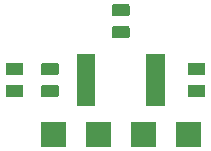
<source format=gbr>
G04 #@! TF.GenerationSoftware,KiCad,Pcbnew,(5.1.2)-2*
G04 #@! TF.CreationDate,2019-12-09T19:24:06+00:00*
G04 #@! TF.ProjectId,encoder_pcb,656e636f-6465-4725-9f70-63622e6b6963,rev?*
G04 #@! TF.SameCoordinates,Original*
G04 #@! TF.FileFunction,Soldermask,Top*
G04 #@! TF.FilePolarity,Negative*
%FSLAX46Y46*%
G04 Gerber Fmt 4.6, Leading zero omitted, Abs format (unit mm)*
G04 Created by KiCad (PCBNEW (5.1.2)-2) date 2019-12-09 19:24:06*
%MOMM*%
%LPD*%
G04 APERTURE LIST*
%ADD10C,0.100000*%
G04 APERTURE END LIST*
D10*
G36*
X112956000Y-119651000D02*
G01*
X110854000Y-119651000D01*
X110854000Y-117549000D01*
X112956000Y-117549000D01*
X112956000Y-119651000D01*
X112956000Y-119651000D01*
G37*
G36*
X109146000Y-119651000D02*
G01*
X107044000Y-119651000D01*
X107044000Y-117549000D01*
X109146000Y-117549000D01*
X109146000Y-119651000D01*
X109146000Y-119651000D01*
G37*
G36*
X105336000Y-119651000D02*
G01*
X103234000Y-119651000D01*
X103234000Y-117549000D01*
X105336000Y-117549000D01*
X105336000Y-119651000D01*
X105336000Y-119651000D01*
G37*
G36*
X116766000Y-119651000D02*
G01*
X114664000Y-119651000D01*
X114664000Y-117549000D01*
X116766000Y-117549000D01*
X116766000Y-119651000D01*
X116766000Y-119651000D01*
G37*
G36*
X107850500Y-116226000D02*
G01*
X106273500Y-116226000D01*
X106273500Y-111774000D01*
X107850500Y-111774000D01*
X107850500Y-116226000D01*
X107850500Y-116226000D01*
G37*
G36*
X113726500Y-116226000D02*
G01*
X112149500Y-116226000D01*
X112149500Y-111774000D01*
X113726500Y-111774000D01*
X113726500Y-116226000D01*
X113726500Y-116226000D01*
G37*
G36*
X101584468Y-114403565D02*
G01*
X101623138Y-114415296D01*
X101658777Y-114434346D01*
X101690017Y-114459983D01*
X101715654Y-114491223D01*
X101734704Y-114526862D01*
X101746435Y-114565532D01*
X101751000Y-114611888D01*
X101751000Y-115263112D01*
X101746435Y-115309468D01*
X101734704Y-115348138D01*
X101715654Y-115383777D01*
X101690017Y-115415017D01*
X101658777Y-115440654D01*
X101623138Y-115459704D01*
X101584468Y-115471435D01*
X101538112Y-115476000D01*
X100461888Y-115476000D01*
X100415532Y-115471435D01*
X100376862Y-115459704D01*
X100341223Y-115440654D01*
X100309983Y-115415017D01*
X100284346Y-115383777D01*
X100265296Y-115348138D01*
X100253565Y-115309468D01*
X100249000Y-115263112D01*
X100249000Y-114611888D01*
X100253565Y-114565532D01*
X100265296Y-114526862D01*
X100284346Y-114491223D01*
X100309983Y-114459983D01*
X100341223Y-114434346D01*
X100376862Y-114415296D01*
X100415532Y-114403565D01*
X100461888Y-114399000D01*
X101538112Y-114399000D01*
X101584468Y-114403565D01*
X101584468Y-114403565D01*
G37*
G36*
X104584468Y-114403565D02*
G01*
X104623138Y-114415296D01*
X104658777Y-114434346D01*
X104690017Y-114459983D01*
X104715654Y-114491223D01*
X104734704Y-114526862D01*
X104746435Y-114565532D01*
X104751000Y-114611888D01*
X104751000Y-115263112D01*
X104746435Y-115309468D01*
X104734704Y-115348138D01*
X104715654Y-115383777D01*
X104690017Y-115415017D01*
X104658777Y-115440654D01*
X104623138Y-115459704D01*
X104584468Y-115471435D01*
X104538112Y-115476000D01*
X103461888Y-115476000D01*
X103415532Y-115471435D01*
X103376862Y-115459704D01*
X103341223Y-115440654D01*
X103309983Y-115415017D01*
X103284346Y-115383777D01*
X103265296Y-115348138D01*
X103253565Y-115309468D01*
X103249000Y-115263112D01*
X103249000Y-114611888D01*
X103253565Y-114565532D01*
X103265296Y-114526862D01*
X103284346Y-114491223D01*
X103309983Y-114459983D01*
X103341223Y-114434346D01*
X103376862Y-114415296D01*
X103415532Y-114403565D01*
X103461888Y-114399000D01*
X104538112Y-114399000D01*
X104584468Y-114403565D01*
X104584468Y-114403565D01*
G37*
G36*
X116984468Y-114403565D02*
G01*
X117023138Y-114415296D01*
X117058777Y-114434346D01*
X117090017Y-114459983D01*
X117115654Y-114491223D01*
X117134704Y-114526862D01*
X117146435Y-114565532D01*
X117151000Y-114611888D01*
X117151000Y-115263112D01*
X117146435Y-115309468D01*
X117134704Y-115348138D01*
X117115654Y-115383777D01*
X117090017Y-115415017D01*
X117058777Y-115440654D01*
X117023138Y-115459704D01*
X116984468Y-115471435D01*
X116938112Y-115476000D01*
X115861888Y-115476000D01*
X115815532Y-115471435D01*
X115776862Y-115459704D01*
X115741223Y-115440654D01*
X115709983Y-115415017D01*
X115684346Y-115383777D01*
X115665296Y-115348138D01*
X115653565Y-115309468D01*
X115649000Y-115263112D01*
X115649000Y-114611888D01*
X115653565Y-114565532D01*
X115665296Y-114526862D01*
X115684346Y-114491223D01*
X115709983Y-114459983D01*
X115741223Y-114434346D01*
X115776862Y-114415296D01*
X115815532Y-114403565D01*
X115861888Y-114399000D01*
X116938112Y-114399000D01*
X116984468Y-114403565D01*
X116984468Y-114403565D01*
G37*
G36*
X101584468Y-112528565D02*
G01*
X101623138Y-112540296D01*
X101658777Y-112559346D01*
X101690017Y-112584983D01*
X101715654Y-112616223D01*
X101734704Y-112651862D01*
X101746435Y-112690532D01*
X101751000Y-112736888D01*
X101751000Y-113388112D01*
X101746435Y-113434468D01*
X101734704Y-113473138D01*
X101715654Y-113508777D01*
X101690017Y-113540017D01*
X101658777Y-113565654D01*
X101623138Y-113584704D01*
X101584468Y-113596435D01*
X101538112Y-113601000D01*
X100461888Y-113601000D01*
X100415532Y-113596435D01*
X100376862Y-113584704D01*
X100341223Y-113565654D01*
X100309983Y-113540017D01*
X100284346Y-113508777D01*
X100265296Y-113473138D01*
X100253565Y-113434468D01*
X100249000Y-113388112D01*
X100249000Y-112736888D01*
X100253565Y-112690532D01*
X100265296Y-112651862D01*
X100284346Y-112616223D01*
X100309983Y-112584983D01*
X100341223Y-112559346D01*
X100376862Y-112540296D01*
X100415532Y-112528565D01*
X100461888Y-112524000D01*
X101538112Y-112524000D01*
X101584468Y-112528565D01*
X101584468Y-112528565D01*
G37*
G36*
X104584468Y-112528565D02*
G01*
X104623138Y-112540296D01*
X104658777Y-112559346D01*
X104690017Y-112584983D01*
X104715654Y-112616223D01*
X104734704Y-112651862D01*
X104746435Y-112690532D01*
X104751000Y-112736888D01*
X104751000Y-113388112D01*
X104746435Y-113434468D01*
X104734704Y-113473138D01*
X104715654Y-113508777D01*
X104690017Y-113540017D01*
X104658777Y-113565654D01*
X104623138Y-113584704D01*
X104584468Y-113596435D01*
X104538112Y-113601000D01*
X103461888Y-113601000D01*
X103415532Y-113596435D01*
X103376862Y-113584704D01*
X103341223Y-113565654D01*
X103309983Y-113540017D01*
X103284346Y-113508777D01*
X103265296Y-113473138D01*
X103253565Y-113434468D01*
X103249000Y-113388112D01*
X103249000Y-112736888D01*
X103253565Y-112690532D01*
X103265296Y-112651862D01*
X103284346Y-112616223D01*
X103309983Y-112584983D01*
X103341223Y-112559346D01*
X103376862Y-112540296D01*
X103415532Y-112528565D01*
X103461888Y-112524000D01*
X104538112Y-112524000D01*
X104584468Y-112528565D01*
X104584468Y-112528565D01*
G37*
G36*
X116984468Y-112528565D02*
G01*
X117023138Y-112540296D01*
X117058777Y-112559346D01*
X117090017Y-112584983D01*
X117115654Y-112616223D01*
X117134704Y-112651862D01*
X117146435Y-112690532D01*
X117151000Y-112736888D01*
X117151000Y-113388112D01*
X117146435Y-113434468D01*
X117134704Y-113473138D01*
X117115654Y-113508777D01*
X117090017Y-113540017D01*
X117058777Y-113565654D01*
X117023138Y-113584704D01*
X116984468Y-113596435D01*
X116938112Y-113601000D01*
X115861888Y-113601000D01*
X115815532Y-113596435D01*
X115776862Y-113584704D01*
X115741223Y-113565654D01*
X115709983Y-113540017D01*
X115684346Y-113508777D01*
X115665296Y-113473138D01*
X115653565Y-113434468D01*
X115649000Y-113388112D01*
X115649000Y-112736888D01*
X115653565Y-112690532D01*
X115665296Y-112651862D01*
X115684346Y-112616223D01*
X115709983Y-112584983D01*
X115741223Y-112559346D01*
X115776862Y-112540296D01*
X115815532Y-112528565D01*
X115861888Y-112524000D01*
X116938112Y-112524000D01*
X116984468Y-112528565D01*
X116984468Y-112528565D01*
G37*
G36*
X110584468Y-109403565D02*
G01*
X110623138Y-109415296D01*
X110658777Y-109434346D01*
X110690017Y-109459983D01*
X110715654Y-109491223D01*
X110734704Y-109526862D01*
X110746435Y-109565532D01*
X110751000Y-109611888D01*
X110751000Y-110263112D01*
X110746435Y-110309468D01*
X110734704Y-110348138D01*
X110715654Y-110383777D01*
X110690017Y-110415017D01*
X110658777Y-110440654D01*
X110623138Y-110459704D01*
X110584468Y-110471435D01*
X110538112Y-110476000D01*
X109461888Y-110476000D01*
X109415532Y-110471435D01*
X109376862Y-110459704D01*
X109341223Y-110440654D01*
X109309983Y-110415017D01*
X109284346Y-110383777D01*
X109265296Y-110348138D01*
X109253565Y-110309468D01*
X109249000Y-110263112D01*
X109249000Y-109611888D01*
X109253565Y-109565532D01*
X109265296Y-109526862D01*
X109284346Y-109491223D01*
X109309983Y-109459983D01*
X109341223Y-109434346D01*
X109376862Y-109415296D01*
X109415532Y-109403565D01*
X109461888Y-109399000D01*
X110538112Y-109399000D01*
X110584468Y-109403565D01*
X110584468Y-109403565D01*
G37*
G36*
X110584468Y-107528565D02*
G01*
X110623138Y-107540296D01*
X110658777Y-107559346D01*
X110690017Y-107584983D01*
X110715654Y-107616223D01*
X110734704Y-107651862D01*
X110746435Y-107690532D01*
X110751000Y-107736888D01*
X110751000Y-108388112D01*
X110746435Y-108434468D01*
X110734704Y-108473138D01*
X110715654Y-108508777D01*
X110690017Y-108540017D01*
X110658777Y-108565654D01*
X110623138Y-108584704D01*
X110584468Y-108596435D01*
X110538112Y-108601000D01*
X109461888Y-108601000D01*
X109415532Y-108596435D01*
X109376862Y-108584704D01*
X109341223Y-108565654D01*
X109309983Y-108540017D01*
X109284346Y-108508777D01*
X109265296Y-108473138D01*
X109253565Y-108434468D01*
X109249000Y-108388112D01*
X109249000Y-107736888D01*
X109253565Y-107690532D01*
X109265296Y-107651862D01*
X109284346Y-107616223D01*
X109309983Y-107584983D01*
X109341223Y-107559346D01*
X109376862Y-107540296D01*
X109415532Y-107528565D01*
X109461888Y-107524000D01*
X110538112Y-107524000D01*
X110584468Y-107528565D01*
X110584468Y-107528565D01*
G37*
M02*

</source>
